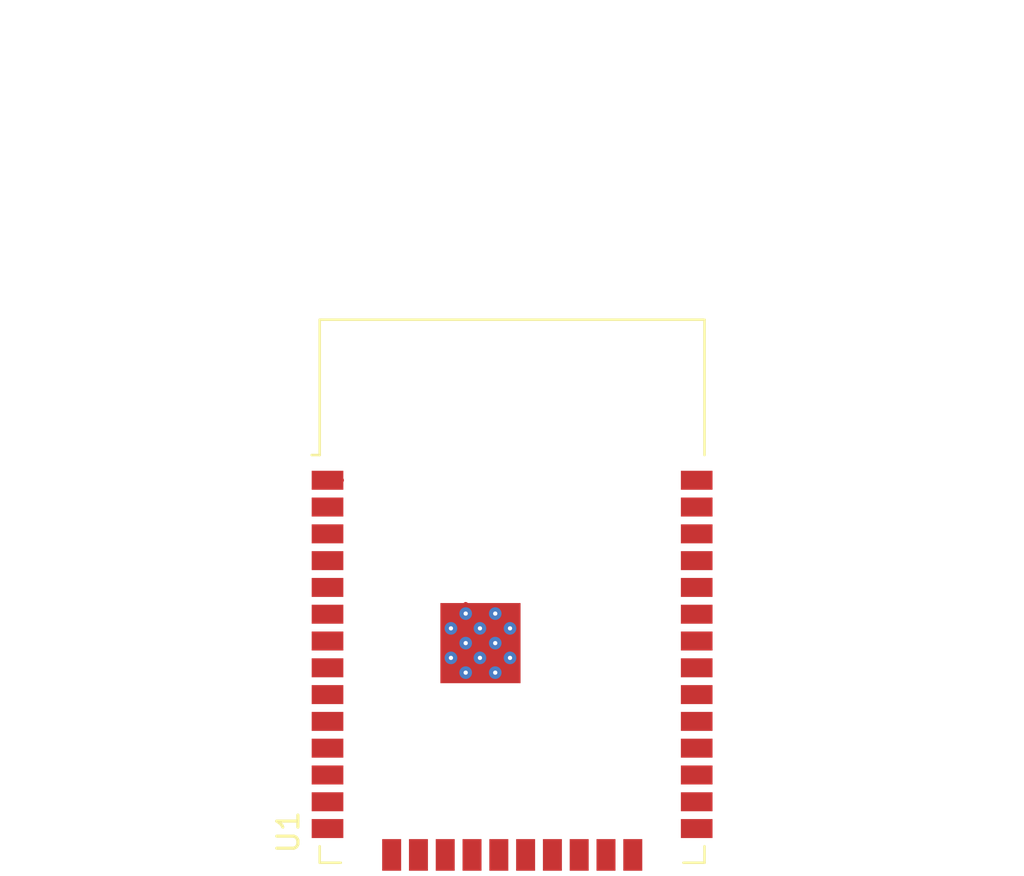
<source format=kicad_pcb>
(kicad_pcb (version 20221018) (generator pcbnew)
  (layers (0 "F.Cu" signal) (31 "B.Cu" signal) (34 "B.Paste" user) (35 "F.Paste" user) (36 "B.SilkS" user "B.Silkscreen") (37 "F.SilkS" user "F.Silkscreen") (38 "B.Mask" user) (39 "F.Mask" user) (44 "Edge.Cuts" user))
  (net 0 "")
  (net 1 "GND")
  (net 33 "unconnected-(U1-VDD-Pad2)")
  (net 34 "unconnected-(U1-IO34-Pad6)")
  (net 36 "unconnected-(U1-IO16-Pad27)")
  (footprint "RF_Module:ESP32-WROOM-32D" (layer "F.Cu") (at 131.04 85.72)
    (fp_text reference "U1" (at -10.61 8.43 90) (layer "F.SilkS"))
    (fp_text value "ESP32-WROOM-32D" hide)
    (fp_line (start -9.12 -15.86) (end -9.12 -9.445) (stroke (width 0.12)) (layer "F.SilkS"))
    (fp_line (start -9.12 -15.86) (end 9.12 -15.86) (stroke (width 0.12)) (layer "F.SilkS"))
    (fp_line (start -9.12 -9.445) (end -9.5 -9.445) (stroke (width 0.12)) (layer "F.SilkS"))
    (fp_line (start -9.12 9.1) (end -9.12 9.88) (stroke (width 0.12)) (layer "F.SilkS"))
    (fp_line (start -9.12 9.88) (end -8.12 9.88) (stroke (width 0.12)) (layer "F.SilkS"))
    (fp_line (start 9.12 -15.86) (end 9.12 -9.445) (stroke (width 0.12)) (layer "F.SilkS"))
    (fp_line (start 9.12 9.1) (end 9.12 9.88) (stroke (width 0.12)) (layer "F.SilkS"))
    (fp_line (start 9.12 9.88) (end 8.12 9.88) (stroke (width 0.12)) (layer "F.SilkS"))
    (pad "1" smd rect (at -8.75 -8.25) (size 1.5 0.9) (layers "F.Cu" "F.Paste" "F.Mask") (net 1 "GND"))
    (pad "2" smd rect (at -8.75 -6.98) (size 1.5 0.9) (layers "F.Cu" "F.Paste" "F.Mask") (net 33 "unconnected-(U1-VDD-Pad2)"))
    (pad "3" smd rect (at -8.75 -5.71) (size 1.5 0.9) (layers "F.Cu" "F.Paste" "F.Mask"))
    (pad "4" smd rect (at -8.75 -4.44) (size 1.5 0.9) (layers "F.Cu" "F.Paste" "F.Mask"))
    (pad "5" smd rect (at -8.75 -3.17) (size 1.5 0.9) (layers "F.Cu" "F.Paste" "F.Mask"))
    (pad "6" smd rect (at -8.75 -1.9) (size 1.5 0.9) (layers "F.Cu" "F.Paste" "F.Mask") (net 34 "unconnected-(U1-IO34-Pad6)"))
    (pad "7" smd rect (at -8.75 -0.63) (size 1.5 0.9) (layers "F.Cu" "F.Paste" "F.Mask"))
    (pad "8" smd rect (at -8.75 0.64) (size 1.5 0.9) (layers "F.Cu" "F.Paste" "F.Mask"))
    (pad "9" smd rect (at -8.75 1.91) (size 1.5 0.9) (layers "F.Cu" "F.Paste" "F.Mask"))
    (pad "10" smd rect (at -8.75 3.18) (size 1.5 0.9) (layers "F.Cu" "F.Paste" "F.Mask"))
    (pad "11" smd rect (at -8.75 4.45) (size 1.5 0.9) (layers "F.Cu" "F.Paste" "F.Mask"))
    (pad "12" smd rect (at -8.75 5.72) (size 1.5 0.9) (layers "F.Cu" "F.Paste" "F.Mask"))
    (pad "13" smd rect (at -8.75 6.99) (size 1.5 0.9) (layers "F.Cu" "F.Paste" "F.Mask"))
    (pad "14" smd rect (at -8.75 8.26) (size 1.5 0.9) (layers "F.Cu" "F.Paste" "F.Mask"))
    (pad "15" smd rect (at -5.71 9.51 90) (size 1.5 0.9) (layers "F.Cu" "F.Paste" "F.Mask") (net 1 "GND"))
    (pad "16" smd rect (at -4.44 9.51 90) (size 1.5 0.9) (layers "F.Cu" "F.Paste" "F.Mask"))
    (pad "17" smd rect (at -3.17 9.51 90) (size 1.5 0.9) (layers "F.Cu" "F.Paste" "F.Mask"))
    (pad "18" smd rect (at -1.9 9.51 90) (size 1.5 0.9) (layers "F.Cu" "F.Paste" "F.Mask"))
    (pad "19" smd rect (at -0.63 9.51 90) (size 1.5 0.9) (layers "F.Cu" "F.Paste" "F.Mask"))
    (pad "20" smd rect (at 0.64 9.51 90) (size 1.5 0.9) (layers "F.Cu" "F.Paste" "F.Mask"))
    (pad "21" smd rect (at 1.91 9.51 90) (size 1.5 0.9) (layers "F.Cu" "F.Paste" "F.Mask"))
    (pad "22" smd rect (at 3.18 9.51 90) (size 1.5 0.9) (layers "F.Cu" "F.Paste" "F.Mask"))
    (pad "23" smd rect (at 4.45 9.51 90) (size 1.5 0.9) (layers "F.Cu" "F.Paste" "F.Mask"))
    (pad "24" smd rect (at 5.72 9.51 90) (size 1.5 0.9) (layers "F.Cu" "F.Paste" "F.Mask"))
    (pad "25" smd rect (at 8.75 8.26) (size 1.5 0.9) (layers "F.Cu" "F.Paste" "F.Mask"))
    (pad "26" smd rect (at 8.75 6.99) (size 1.5 0.9) (layers "F.Cu" "F.Paste" "F.Mask"))
    (pad "27" smd rect (at 8.75 5.72) (size 1.5 0.9) (layers "F.Cu" "F.Paste" "F.Mask") (net 36 "unconnected-(U1-IO16-Pad27)"))
    (pad "28" smd rect (at 8.75 4.45) (size 1.5 0.9) (layers "F.Cu" "F.Paste" "F.Mask"))
    (pad "29" smd rect (at 8.75 3.18) (size 1.5 0.9) (layers "F.Cu" "F.Paste" "F.Mask"))
    (pad "30" smd rect (at 8.75 1.91) (size 1.5 0.9) (layers "F.Cu" "F.Paste" "F.Mask"))
    (pad "31" smd rect (at 8.75 0.64) (size 1.5 0.9) (layers "F.Cu" "F.Paste" "F.Mask"))
    (pad "32" smd rect (at 8.75 -0.63) (size 1.5 0.9) (layers "F.Cu" "F.Paste" "F.Mask"))
    (pad "33" smd rect (at 8.75 -1.9) (size 1.5 0.9) (layers "F.Cu" "F.Paste" "F.Mask"))
    (pad "34" smd rect (at 8.75 -3.17) (size 1.5 0.9) (layers "F.Cu" "F.Paste" "F.Mask"))
    (pad "35" smd rect (at 8.75 -4.44) (size 1.5 0.9) (layers "F.Cu" "F.Paste" "F.Mask"))
    (pad "36" smd rect (at 8.75 -5.71) (size 1.5 0.9) (layers "F.Cu" "F.Paste" "F.Mask"))
    (pad "37" smd rect (at 8.75 -6.98) (size 1.5 0.9) (layers "F.Cu" "F.Paste" "F.Mask"))
    (pad "38" smd rect (at 8.75 -8.25) (size 1.5 0.9) (layers "F.Cu" "F.Paste" "F.Mask") (net 1 "GND"))
    (pad "39" smd rect (at -2.9 -1.93) (size 0.9 0.9) (layers "F.Cu" "F.Paste") (net 1 "GND"))
    (pad "39" thru_hole circle (at -2.9 -1.23) (size 0.6 0.6) (drill 0.2) (property pad_prop_heatsink) (layers "*.Cu" "F.Mask") (net 1 "GND"))
    (pad "39" smd rect (at -2.9 -0.53) (size 0.9 0.9) (layers "F.Cu" "F.Paste") (net 1 "GND"))
    (pad "39" thru_hole circle (at -2.9 0.17) (size 0.6 0.6) (drill 0.2) (property pad_prop_heatsink) (layers "*.Cu" "F.Mask") (net 1 "GND"))
    (pad "39" smd rect (at -2.9 0.87) (size 0.9 0.9) (layers "F.Cu" "F.Paste") (net 1 "GND"))
    (pad "39" thru_hole circle (at -2.2 -1.93) (size 0.6 0.6) (drill 0.2) (property pad_prop_heatsink) (layers "*.Cu" "F.Mask") (net 1 "GND"))
    (pad "39" thru_hole circle (at -2.2 -0.53) (size 0.6 0.6) (drill 0.2) (property pad_prop_heatsink) (layers "*.Cu" "F.Mask") (net 1 "GND"))
    (pad "39" thru_hole circle (at -2.2 0.87) (size 0.6 0.6) (drill 0.2) (property pad_prop_heatsink) (layers "*.Cu" "F.Mask") (net 1 "GND"))
    (pad "39" thru_hole circle (at -1.525 -1.23) (size 0.6 0.6) (drill 0.2) (property pad_prop_heatsink) (layers "*.Cu" "F.Mask") (net 1 "GND"))
    (pad "39" thru_hole circle (at -1.525 0.17) (size 0.6 0.6) (drill 0.2) (property pad_prop_heatsink) (layers "*.Cu" "F.Mask") (net 1 "GND"))
    (pad "39" smd rect (at -1.5 -1.93) (size 0.9 0.9) (layers "F.Cu" "F.Paste") (net 1 "GND"))
    (pad "39" smd rect (at -1.5 -0.53) (size 0.9 0.9) (layers "F.Cu" "F.Paste") (net 1 "GND"))
    (pad "39" smd rect (at -1.5 -0.53) (size 3.8 3.8) (layers "F.Cu" "F.Mask") (net 1 "GND"))
    (pad "39" smd rect (at -1.5 0.87) (size 0.9 0.9) (layers "F.Cu" "F.Paste") (net 1 "GND"))
    (pad "39" thru_hole circle (at -0.8 -1.93) (size 0.6 0.6) (drill 0.2) (property pad_prop_heatsink) (layers "*.Cu" "F.Mask") (net 1 "GND"))
    (pad "39" thru_hole circle (at -0.8 -0.53) (size 0.6 0.6) (drill 0.2) (property pad_prop_heatsink) (layers "*.Cu" "F.Mask") (net 1 "GND"))
    (pad "39" thru_hole circle (at -0.8 0.87) (size 0.6 0.6) (drill 0.2) (property pad_prop_heatsink) (layers "*.Cu" "F.Mask") (net 1 "GND"))
    (pad "39" smd rect (at -0.1 -1.93) (size 0.9 0.9) (layers "F.Cu" "F.Paste") (net 1 "GND"))
    (pad "39" thru_hole circle (at -0.1 -1.23) (size 0.6 0.6) (drill 0.2) (property pad_prop_heatsink) (layers "*.Cu" "F.Mask") (net 1 "GND"))
    (pad "39" smd rect (at -0.1 -0.53) (size 0.9 0.9) (layers "F.Cu" "F.Paste") (net 1 "GND"))
    (pad "39" thru_hole circle (at -0.1 0.17) (size 0.6 0.6) (drill 0.2) (property pad_prop_heatsink) (layers "*.Cu" "F.Mask") (net 1 "GND"))
    (pad "39" smd rect (at -0.1 0.87) (size 0.9 0.9) (layers "F.Cu" "F.Paste") (net 1 "GND"))
  )
  (segment (start 125.33 95.81) (end 125.33 95.23) (width 0.25) (layer "F.Cu") (net 1))
  (segment (start 122.29 77.47) (end 122.944264 77.47) (width 0.25) (layer "F.Cu") (net 1))
  (segment (start 128.84 83.365736) (end 128.84 83.79) (width 0.25) (layer "F.Cu") (net 1))
  (segment (start 122.87 78.74) (end 122.29 78.74) (width 0.25) (layer "F.Cu") (net 33))
  (segment (start 122.87 83.82) (end 122.29 83.82) (width 0.25) (layer "F.Cu") (net 34))
  (segment (start 139.21 91.44) (end 139.79 91.44) (width 0.25) (layer "F.Cu") (net 36))
)
</source>
